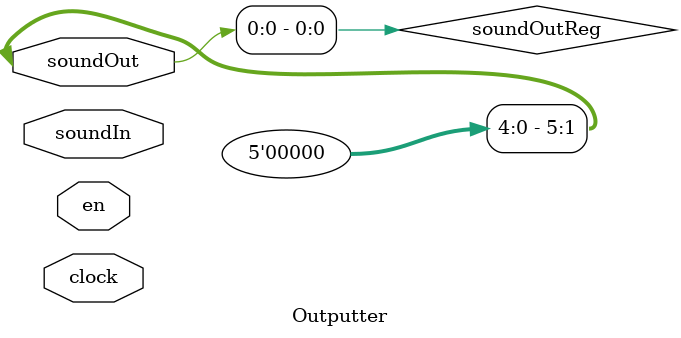
<source format=v>
module Outputter(input clock, input en, input[5:0] soundIn, input[5:0] soundOut);
	always @ (posedge clock) begin
		if (en)
			soundOutReg = soundIn;
		else
			soundOutReg = 6'b0;
	end
	
	assign soundOut = soundOutReg;
endmodule
</source>
